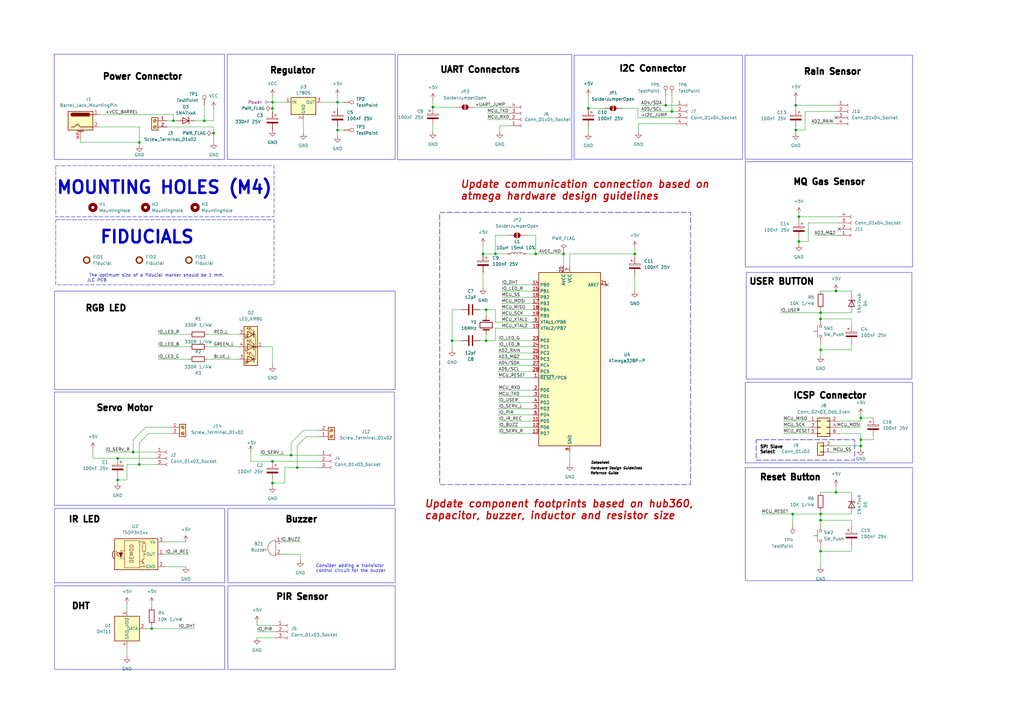
<source format=kicad_sch>
(kicad_sch (version 20231120) (generator "eeschema") (generator_version "8.0")
  (paper "A3")
  (title_block (title "Smart Window") (date "2024-03-01") (rev "2.0") (company "Personal Project ") (comment 1 "Built by Adetula Oluwatobi"))
  (junction (at 231.14 104.14))
  (junction (at 48.26 187.96))
  (junction (at 54.61 185.42))
  (junction (at 241.3 44.45))
  (junction (at 203.2 104.14))
  (junction (at 199.39 139.7))
  (junction (at 327.66 88.9))
  (junction (at 327.66 99.06))
  (junction (at 326.39 43.18))
  (junction (at 342.9 119.38))
  (junction (at 353.06 182.88))
  (junction (at 57.15 58.42))
  (junction (at 353.06 180.34))
  (junction (at 185.42 139.7))
  (junction (at 71.12 49.53))
  (junction (at 121.92 191.77))
  (junction (at 199.39 127))
  (junction (at 342.9 201.93))
  (junction (at 336.55 226.06))
  (junction (at 87.63 54.61))
  (junction (at 177.546 43.942))
  (junction (at 48.26 196.85))
  (junction (at 260.35 104.14))
  (junction (at 336.55 128.27))
  (junction (at 83.82 49.53))
  (junction (at 219.71 104.14))
  (junction (at 111.76 44.45))
  (junction (at 336.55 210.82))
  (junction (at 198.12 104.14))
  (junction (at 138.43 41.91))
  (junction (at 353.06 171.45))
  (junction (at 326.39 53.34))
  (junction (at 325.12 210.82))
  (junction (at 62.23 257.81))
  (junction (at 111.76 41.91))
  (junction (at 336.55 130.81))
  (junction (at 57.15 190.5))
  (junction (at 275.59 45.72))
  (junction (at 336.55 213.36))
  (junction (at 336.55 143.51))
  (junction (at 119.38 186.69))
  (junction (at 111.76 198.12))
  (junction (at 138.43 53.34))
  (junction (at 111.76 189.23))
  (junction (at 273.05 43.18))
  (no_connect (at 248.92 116.84))
  (no_connect (at 344.17 93.98))
  (no_connect (at 342.9 48.26))
  (wire (pts (xy 67.31 232.41) (xy 76.2 232.41)))
  (wire (pts (xy 105.41 261.62) (xy 113.03 261.62)))
  (wire (pts (xy 233.68 185.42) (xy 233.68 190.5)))
  (wire (pts (xy 105.41 255.27) (xy 105.41 256.54)))
  (wire (pts (xy 336.55 128.27) (xy 320.04 128.27)))
  (wire (pts (xy 204.47 144.78) (xy 218.44 144.78)))
  (wire (pts (xy 83.82 49.53) (xy 87.63 49.53)))
  (wire (pts (xy 196.85 127) (xy 199.39 127)))
  (wire (pts (xy 326.39 43.18) (xy 342.9 43.18)))
  (wire (pts (xy 204.47 154.94) (xy 218.44 154.94)))
  (wire (pts (xy 261.874 54.102) (xy 261.874 50.8)))
  (wire (pts (xy 215.9 104.14) (xy 219.71 104.14)))
  (wire (pts (xy 185.42 127) (xy 185.42 139.7)))
  (wire (pts (xy 199.39 139.7) (xy 203.2 139.7)))
  (wire (pts (xy 140.97 41.91) (xy 138.43 41.91)))
  (wire (pts (xy 105.41 259.08) (xy 113.03 259.08)))
  (wire (pts (xy 116.84 191.77) (xy 116.84 198.12)))
  (wire (pts (xy 204.47 160.02) (xy 218.44 160.02)))
  (wire (pts (xy 349.25 210.82) (xy 336.55 210.82)))
  (wire (pts (xy 275.59 39.37) (xy 275.59 45.72)))
  (wire (pts (xy 336.55 119.38) (xy 342.9 119.38)))
  (wire (pts (xy 327.66 88.9) (xy 344.17 88.9)))
  (wire (pts (xy 205.74 121.92) (xy 218.44 121.92)))
  (wire (pts (xy 336.55 143.51) (xy 349.25 143.51)))
  (wire (pts (xy 203.2 127) (xy 203.2 132.08)))
  (wire (pts (xy 327.66 100.33) (xy 327.66 99.06)))
  (wire (pts (xy 215.9 96.52) (xy 219.71 96.52)))
  (wire (pts (xy 132.08 41.91) (xy 138.43 41.91)))
  (wire (pts (xy 336.55 140.97) (xy 336.55 143.51)))
  (wire (pts (xy 321.31 172.72) (xy 331.47 172.72)))
  (wire (pts (xy 204.47 152.4) (xy 218.44 152.4)))
  (wire (pts (xy 87.63 52.07) (xy 87.63 54.61)))
  (wire (pts (xy 111.76 44.45) (xy 111.76 45.72)))
  (wire (pts (xy 273.05 39.37) (xy 273.05 43.18)))
  (wire (pts (xy 326.39 54.61) (xy 326.39 53.34)))
  (wire (pts (xy 62.23 248.92) (xy 62.23 247.65)))
  (wire (pts (xy 185.42 139.7) (xy 189.23 139.7)))
  (wire (pts (xy 102.87 185.42) (xy 102.87 189.23)))
  (wire (pts (xy 33.02 58.42) (xy 33.02 57.15)))
  (wire (pts (xy 64.77 147.32) (xy 77.47 147.32)))
  (wire (pts (xy 349.25 215.9) (xy 349.25 213.36)))
  (wire (pts (xy 353.06 182.88) (xy 353.06 184.15)))
  (wire (pts (xy 87.63 49.53) (xy 87.63 44.45)))
  (wire (pts (xy 204.978 54.102) (xy 204.978 51.562)))
  (wire (pts (xy 336.55 226.06) (xy 336.55 232.41)))
  (wire (pts (xy 261.62 44.45) (xy 261.62 48.26)))
  (wire (pts (xy 241.3 44.45) (xy 247.65 44.45)))
  (wire (pts (xy 342.9 201.93) (xy 349.25 201.93)))
  (wire (pts (xy 330.2 53.34) (xy 326.39 53.34)))
  (wire (pts (xy 121.92 191.77) (xy 130.81 191.77)))
  (wire (pts (xy 125.73 179.07) (xy 130.81 179.07)))
  (wire (pts (xy 204.47 149.86) (xy 218.44 149.86)))
  (wire (pts (xy 349.25 185.42) (xy 341.63 185.42)))
  (wire (pts (xy 334.01 96.52) (xy 344.17 96.52)))
  (wire (pts (xy 219.71 104.14) (xy 231.14 104.14)))
  (wire (pts (xy 116.84 191.77) (xy 121.92 191.77)))
  (wire (pts (xy 57.15 181.61) (xy 57.15 190.5)))
  (wire (pts (xy 204.47 139.7) (xy 218.44 139.7)))
  (wire (pts (xy 204.47 175.26) (xy 218.44 175.26)))
  (wire (pts (xy 204.47 167.64) (xy 218.44 167.64)))
  (wire (pts (xy 262.89 43.18) (xy 273.05 43.18)))
  (wire (pts (xy 204.47 170.18) (xy 218.44 170.18)))
  (wire (pts (xy 327.66 88.9) (xy 327.66 90.17)))
  (wire (pts (xy 260.35 101.6) (xy 260.35 104.14)))
  (wire (pts (xy 336.55 130.81) (xy 349.25 130.81)))
  (wire (pts (xy 336.55 213.36) (xy 349.25 213.36)))
  (wire (pts (xy 177.546 51.562) (xy 177.546 54.102)))
  (wire (pts (xy 40.64 52.07) (xy 57.15 52.07)))
  (wire (pts (xy 111.76 198.12) (xy 116.84 198.12)))
  (wire (pts (xy 241.3 52.07) (xy 241.3 54.61)))
  (wire (pts (xy 68.58 49.53) (xy 71.12 49.53)))
  (wire (pts (xy 330.2 45.72) (xy 330.2 53.34)))
  (wire (pts (xy 80.01 49.53) (xy 83.82 49.53)))
  (wire (pts (xy 177.546 43.942) (xy 186.944 43.942)))
  (wire (pts (xy 349.25 203.2) (xy 349.25 201.93)))
  (wire (pts (xy 60.96 177.8) (xy 69.85 177.8)))
  (wire (pts (xy 111.76 189.23) (xy 130.81 189.23)))
  (wire (pts (xy 67.31 222.25) (xy 76.2 222.25)))
  (wire (pts (xy 54.61 185.42) (xy 43.18 185.42)))
  (wire (pts (xy 204.47 172.72) (xy 218.44 172.72)))
  (wire (pts (xy 331.47 99.06) (xy 327.66 99.06)))
  (wire (pts (xy 48.26 196.85) (xy 48.26 198.12)))
  (wire (pts (xy 85.09 147.32) (xy 97.79 147.32)))
  (wire (pts (xy 204.47 165.1) (xy 218.44 165.1)))
  (wire (pts (xy 233.68 104.14) (xy 260.35 104.14)))
  (wire (pts (xy 124.46 176.53) (xy 130.81 176.53)))
  (wire (pts (xy 83.82 43.18) (xy 83.82 49.53)))
  (wire (pts (xy 68.58 52.07) (xy 87.63 52.07)))
  (wire (pts (xy 233.68 109.22) (xy 233.68 104.14)))
  (wire (pts (xy 353.06 180.34) (xy 358.14 180.34)))
  (wire (pts (xy 344.17 91.44) (xy 331.47 91.44)))
  (wire (pts (xy 327.66 87.63) (xy 327.66 88.9)))
  (wire (pts (xy 219.71 96.52) (xy 219.71 104.14)))
  (wire (pts (xy 332.74 50.8) (xy 342.9 50.8)))
  (wire (pts (xy 353.06 180.34) (xy 353.06 182.88)))
  (wire (pts (xy 344.17 177.8) (xy 353.06 177.8)))
  (wire (pts (xy 336.55 226.06) (xy 349.25 226.06)))
  (wire (pts (xy 342.9 119.38) (xy 349.25 119.38)))
  (wire (pts (xy 138.43 55.88) (xy 138.43 53.34)))
  (wire (pts (xy 71.12 49.53) (xy 72.39 49.53)))
  (wire (pts (xy 48.26 187.96) (xy 63.5 187.96)))
  (wire (pts (xy 52.07 190.5) (xy 57.15 190.5)))
  (wire (pts (xy 204.978 51.562) (xy 208.788 51.562)))
  (wire (pts (xy 353.06 171.45) (xy 353.06 172.72)))
  (wire (pts (xy 194.564 43.942) (xy 208.788 43.942)))
  (wire (pts (xy 349.25 133.35) (xy 349.25 130.81)))
  (wire (pts (xy 199.39 127) (xy 203.2 127)))
  (wire (pts (xy 203.2 96.52) (xy 208.28 96.52)))
  (wire (pts (xy 325.12 210.82) (xy 312.42 210.82)))
  (wire (pts (xy 199.898 46.482) (xy 208.788 46.482)))
  (wire (pts (xy 336.55 127) (xy 336.55 128.27)))
  (wire (pts (xy 327.66 99.06) (xy 327.66 97.79)))
  (wire (pts (xy 138.43 52.07) (xy 138.43 53.34)))
  (wire (pts (xy 326.39 40.64) (xy 326.39 43.18)))
  (wire (pts (xy 111.76 39.37) (xy 111.76 41.91)))
  (wire (pts (xy 64.77 142.24) (xy 77.47 142.24)))
  (wire (pts (xy 198.12 100.33) (xy 198.12 104.14)))
  (wire (pts (xy 119.38 181.61) (xy 119.38 186.69)))
  (wire (pts (xy 111.76 41.91) (xy 116.84 41.91)))
  (wire (pts (xy 52.07 190.5) (xy 52.07 196.85)))
  (wire (pts (xy 358.14 180.34) (xy 358.14 179.07)))
  (wire (pts (xy 336.55 224.79) (xy 336.55 226.06)))
  (wire (pts (xy 341.63 182.88) (xy 353.06 182.88)))
  (wire (pts (xy 106.68 186.69) (xy 119.38 186.69)))
  (wire (pts (xy 231.14 109.22) (xy 231.14 104.14)))
  (wire (pts (xy 203.2 134.62) (xy 218.44 134.62)))
  (wire (pts (xy 124.46 49.53) (xy 124.46 54.61)))
  (wire (pts (xy 205.74 116.84) (xy 218.44 116.84)))
  (wire (pts (xy 60.96 177.8) (xy 57.15 181.61)))
  (wire (pts (xy 208.28 104.14) (xy 203.2 104.14)))
  (wire (pts (xy 326.39 53.34) (xy 326.39 52.07)))
  (wire (pts (xy 177.546 40.894) (xy 177.546 43.942)))
  (wire (pts (xy 54.61 180.34) (xy 59.69 175.26)))
  (wire (pts (xy 48.26 195.58) (xy 48.26 196.85)))
  (wire (pts (xy 353.06 171.45) (xy 353.06 170.18)))
  (wire (pts (xy 331.47 91.44) (xy 331.47 99.06)))
  (wire (pts (xy 111.76 198.12) (xy 111.76 199.39)))
  (wire (pts (xy 326.39 43.18) (xy 326.39 44.45)))
  (wire (pts (xy 62.23 256.54) (xy 62.23 257.81)))
  (wire (pts (xy 336.55 128.27) (xy 336.55 130.81)))
  (wire (pts (xy 140.97 53.34) (xy 138.43 53.34)))
  (wire (pts (xy 261.874 50.8) (xy 276.86 50.8)))
  (wire (pts (xy 111.76 196.85) (xy 111.76 198.12)))
  (wire (pts (xy 59.69 175.26) (xy 69.85 175.26)))
  (wire (pts (xy 353.06 175.26) (xy 344.17 175.26)))
  (wire (pts (xy 349.25 223.52) (xy 349.25 226.06)))
  (wire (pts (xy 85.09 142.24) (xy 97.79 142.24)))
  (wire (pts (xy 138.43 41.91) (xy 138.43 44.45)))
  (wire (pts (xy 273.05 43.18) (xy 276.86 43.18)))
  (wire (pts (xy 336.55 210.82) (xy 325.12 210.82)))
  (wire (pts (xy 107.95 142.24) (xy 111.76 142.24)))
  (wire (pts (xy 38.1 187.96) (xy 48.26 187.96)))
  (wire (pts (xy 353.06 171.45) (xy 358.14 171.45)))
  (wire (pts (xy 260.35 104.14) (xy 260.35 105.41)))
  (wire (pts (xy 321.31 177.8) (xy 331.47 177.8)))
  (wire (pts (xy 123.19 229.87) (xy 123.19 227.33)))
  (wire (pts (xy 231.14 102.87) (xy 231.14 104.14)))
  (wire (pts (xy 344.17 172.72) (xy 353.06 172.72)))
  (wire (pts (xy 336.55 201.93) (xy 342.9 201.93)))
  (wire (pts (xy 205.74 129.54) (xy 218.44 129.54)))
  (wire (pts (xy 40.64 46.99) (xy 71.12 46.99)))
  (wire (pts (xy 203.2 96.52) (xy 203.2 104.14)))
  (wire (pts (xy 71.12 46.99) (xy 71.12 49.53)))
  (wire (pts (xy 349.25 128.27) (xy 336.55 128.27)))
  (wire (pts (xy 204.47 177.8) (xy 218.44 177.8)))
  (wire (pts (xy 111.76 41.91) (xy 111.76 44.45)))
  (wire (pts (xy 87.63 54.61) (xy 87.63 58.42)))
  (wire (pts (xy 204.47 142.24) (xy 218.44 142.24)))
  (wire (pts (xy 205.74 119.38) (xy 218.44 119.38)))
  (wire (pts (xy 64.77 137.16) (xy 77.47 137.16)))
  (wire (pts (xy 336.55 210.82) (xy 336.55 213.36)))
  (wire (pts (xy 59.69 257.81) (xy 62.23 257.81)))
  (wire (pts (xy 57.15 190.5) (xy 63.5 190.5)))
  (wire (pts (xy 125.73 179.07) (xy 121.92 182.88)))
  (wire (pts (xy 33.02 58.42) (xy 57.15 58.42)))
  (wire (pts (xy 349.25 140.97) (xy 349.25 143.51)))
  (wire (pts (xy 336.55 214.63) (xy 336.55 213.36)))
  (wire (pts (xy 260.35 113.03) (xy 260.35 119.38)))
  (wire (pts (xy 325.12 214.63) (xy 325.12 210.82)))
  (wire (pts (xy 52.07 265.43) (xy 52.07 269.24)))
  (wire (pts (xy 203.2 132.08) (xy 218.44 132.08)))
  (wire (pts (xy 38.1 184.15) (xy 38.1 187.96)))
  (wire (pts (xy 185.42 127) (xy 189.23 127)))
  (wire (pts (xy 203.2 134.62) (xy 203.2 139.7)))
  (wire (pts (xy 52.07 247.65) (xy 52.07 250.19)))
  (wire (pts (xy 204.47 162.56) (xy 218.44 162.56)))
  (wire (pts (xy 57.15 52.07) (xy 57.15 58.42)))
  (wire (pts (xy 342.9 201.93) (xy 342.9 199.39)))
  (wire (pts (xy 57.15 59.69) (xy 57.15 58.42)))
  (wire (pts (xy 196.85 139.7) (xy 199.39 139.7)))
  (wire (pts (xy 241.3 39.37) (xy 241.3 44.45)))
  (wire (pts (xy 199.898 49.022) (xy 208.788 49.022)))
  (wire (pts (xy 203.2 104.14) (xy 198.12 104.14)))
  (wire (pts (xy 275.59 45.72) (xy 276.86 45.72)))
  (wire (pts (xy 123.19 222.25) (xy 115.57 222.25)))
  (wire (pts (xy 205.74 124.46) (xy 218.44 124.46)))
  (wire (pts (xy 204.47 147.32) (xy 218.44 147.32)))
  (wire (pts (xy 353.06 177.8) (xy 353.06 180.34)))
  (wire (pts (xy 261.62 48.26) (xy 276.86 48.26)))
  (wire (pts (xy 62.23 257.81) (xy 80.01 257.81)))
  (wire (pts (xy 321.31 175.26) (xy 331.47 175.26)))
  (wire (pts (xy 111.76 142.24) (xy 111.76 149.86)))
  (wire (pts (xy 198.12 111.76) (xy 198.12 118.11)))
  (wire (pts (xy 85.09 137.16) (xy 97.79 137.16)))
  (wire (pts (xy 105.41 256.54) (xy 113.03 256.54)))
  (wire (pts (xy 255.27 44.45) (xy 261.62 44.45)))
  (wire (pts (xy 119.38 181.61) (xy 124.46 176.53)))
  (wire (pts (xy 336.55 209.55) (xy 336.55 210.82)))
  (wire (pts (xy 185.42 139.7) (xy 185.42 143.51)))
  (wire (pts (xy 119.38 186.69) (xy 130.81 186.69)))
  (wire (pts (xy 349.25 120.65) (xy 349.25 119.38)))
  (wire (pts (xy 138.43 39.37) (xy 138.43 41.91)))
  (wire (pts (xy 77.47 227.33) (xy 67.31 227.33)))
  (wire (pts (xy 336.55 143.51) (xy 336.55 146.05)))
  (wire (pts (xy 123.19 227.33) (xy 115.57 227.33)))
  (wire (pts (xy 205.74 127) (xy 218.44 127)))
  (wire (pts (xy 54.61 180.34) (xy 54.61 185.42)))
  (wire (pts (xy 199.39 127) (xy 199.39 129.54)))
  (wire (pts (xy 262.89 45.72) (xy 275.59 45.72)))
  (wire (pts (xy 48.26 196.85) (xy 52.07 196.85)))
  (wire (pts (xy 102.87 189.23) (xy 111.76 189.23)))
  (wire (pts (xy 63.5 185.42) (xy 54.61 185.42)))
  (wire (pts (xy 199.39 139.7) (xy 199.39 137.16)))
  (wire (pts (xy 121.92 182.88) (xy 121.92 191.77)))
  (wire (pts (xy 342.9 45.72) (xy 330.2 45.72)))
  (rectangle (start 22.86 67.945) (end 112.395 88.9) (stroke (width 0) (type dash) (color 0 0 194 1)))
  (rectangle (start 93.472 208.534) (end 162.052 239.014))
  (rectangle (start 305.689 156.845) (end 374.269 189.865))
  (rectangle (start 22.352 240.284) (end 92.202 274.574))
  (rectangle (start 310.134 180.34) (end 350.52 188.722) (stroke (width 0.2) (type dash) (color 0 0 194 1)))
  (rectangle (start 163.068 22.352) (end 234.569 65.532))
  (rectangle (start 180.34 87.122) (end 283.21 198.755) (stroke (width 0.2) (type dash) (color 0 0 194 1)))
  (rectangle (start 305.689 191.77) (end 374.269 238.125))
  (rectangle (start 235.458 22.606) (end 304.546 65.278))
  (rectangle (start 22.352 208.534) (end 92.202 239.014))
  (rectangle (start 93.472 240.284) (end 162.052 274.574))
  (rectangle (start 305.562 22.606) (end 374.269 65.278))
  (rectangle (start 22.352 119.38) (end 162.052 159.766))
  (rectangle (start 22.86 90.17) (end 112.395 116.84) (stroke (width 0) (type dash) (color 0 0 194 1)))
  (rectangle (start 305.689 66.294) (end 374.269 109.474))
  (rectangle (start 22.225 22.225) (end 92.075 65.405))
  (rectangle (start 22.352 160.782) (end 161.798 207.264))
  (rectangle (start 306.07 111.76) (end 374.015 155.448))
  (rectangle (start 93.218 22.225) (end 162.052 65.405))
  (text "RGB LED" (at 34.798 128.016 0) (effects (font (size 2.54 2.54) (thickness 1.016) (bold yes)) (justify left bottom)))
  (text "Hardware Design Guidelines" (at 242.062 192.786 0) (effects (font (size 1 1) (thickness 0.508) (bold yes) (italic yes)) (justify left bottom)))
  (text "Consider adding a transistor \ncontrol circuit for the buzzer" (at 129.54 234.95 0) (effects (font (size 1.27 1.27)) (justify left bottom)))
  (text "IR LED" (at 27.94 214.63 0) (effects (font (size 2.54 2.54) (thickness 1.016) (bold yes)) (justify left bottom)))
  (text "I2C Connector\n" (at 253.746 29.718 0) (effects (font (size 2.54 2.54) (thickness 1.016) (bold yes)) (justify left bottom)))
  (text "Refernce Guide\n" (at 242.062 194.818 0) (effects (font (size 1 1) (thickness 0.508) (bold yes) (italic yes)) (justify left bottom)))
  (text "MOUNTING HOLES (M4)" (at 22.86 80.01 0) (effects (font (size 5.08 5.08) (thickness 1.016) (bold yes)) (justify left bottom)))
  (text "Update component footprints based on hub360,\ncapacitor, buzzer, inductor and resistor size" (at 173.99 213.36 0) (effects (font (size 3 3) (thickness 0.508) (bold yes) (italic yes)) (justify left bottom)))
  (text "Rain Sensor\n" (at 329.438 30.988 0) (effects (font (size 2.54 2.54) (thickness 1.016) (bold yes)) (justify left bottom)))
  (text "USER BUTTON" (at 307.086 117.094 0) (effects (font (size 2.54 2.54) (thickness 1.016) (bold yes)) (justify left bottom)))
  (text " The optimum size of a fiducial marker should be 1 mm.\nJLC PCB\n" (at 35.56 115.824 0) (effects (font (size 1.27 1.27)) (justify left bottom)))
  (text "MQ Gas Sensor\n" (at 325.12 76.2 0) (effects (font (size 2.54 2.54) (thickness 1.016) (bold yes)) (justify left bottom)))
  (text "UART Connectors\n\n" (at 180.34 34.29 0) (effects (font (size 2.54 2.54) (thickness 1.016) (bold yes)) (justify left bottom)))
  (text "ICSP Connector\n" (at 325.12 163.83 0) (effects (font (size 2.54 2.54) (thickness 1.016) (bold yes)) (justify left bottom)))
  (text "Reset Button" (at 311.404 197.358 0) (effects (font (size 2.54 2.54) (thickness 1.016) (bold yes)) (justify left bottom)))
  (text "Regulator\n" (at 110.49 30.48 0) (effects (font (size 2.54 2.54) (thickness 1.016) (bold yes)) (justify left bottom)))
  (text "PIR Sensor\n" (at 113.03 246.38 0) (effects (font (size 2.54 2.54) (thickness 1.016) (bold yes)) (justify left bottom)))
  (text "Update communication connection based on \natmega hardware design guidelines" (at 188.722 82.296 0) (effects (font (size 3 3) (thickness 0.508) (bold yes) (italic yes)) (justify left bottom)))
  (text "FIDUCIALS" (at 40.64 100.33 0) (effects (font (size 5.08 5.08) (thickness 1.016) (bold yes)) (justify left bottom)))
  (text "Datasheet\n" (at 242.316 190.5 0) (effects (font (size 1 1) (thickness 0.508) (bold yes) (italic yes)) (justify left bottom)))
  (text "Servo Motor" (at 39.37 168.91 0) (effects (font (size 2.54 2.54) (thickness 1.016) (bold yes)) (justify left bottom)))
  (text "DHT" (at 29.21 250.19 0) (effects (font (size 2.54 2.54) (thickness 1.016) (bold yes)) (justify left bottom)))
  (text "Buzzer" (at 116.84 214.63 0) (effects (font (size 2.54 2.54) (thickness 1.016) (bold yes)) (justify left bottom)))
  (text "SPI Slave\nSelect\n" (at 311.658 186.182 0) (effects (font (size 1.27 1.27) (thickness 1.016) (bold yes)) (justify left bottom)))
  (text "Power Connector" (at 41.91 33.02 0) (effects (font (size 2.54 2.54) (thickness 1.016) (bold yes)) (justify left bottom)))
  (label "IO_PIR" (at 204.47 170.18 0))
  (label "AD2_RAIN" (at 204.47 144.78 0))
  (label "AD2_RAIN" (at 332.74 50.8 0))
  (label "IO_SERV_R" (at 204.47 177.8 0))
  (label "MCU_XTAL2" (at 205.74 134.62 0))
  (label "IO_USER" (at 204.47 165.1 0))
  (label "MCU_SS" (at 205.74 121.92 0))
  (label "MCU_SCK" (at 205.74 129.54 0))
  (label "IO_PIR" (at 105.41 259.08 0))
  (label "IO_BUZZ" (at 123.19 222.25 180))
  (label "MCU_RESET" (at 204.47 154.94 0))
  (label "RED_L" (at 87.63 137.16 0))
  (label "MCU_SCK" (at 321.31 175.26 0))
  (label "GREEN_L" (at 87.63 142.24 0))
  (label "AD5{slash}SCL" (at 204.47 152.4 0))
  (label "+I2C_JUMP" (at 262.89 48.26 0))
  (label "IO_LED_B" (at 204.47 142.24 0))
  (label "MCU_RESET" (at 321.31 177.8 0))
  (label "IO_SERV_L" (at 106.68 186.69 0))
  (label "+UART_JUMP" (at 194.818 43.942 0))
  (label "MCU_TXD" (at 204.47 162.56 0))
  (label "IO_LED_R" (at 205.74 119.38 0))
  (label "IO_USER" (at 320.04 128.27 0))
  (label "IO_LED_G" (at 204.47 139.7 0))
  (label "AD3_MQ2" (at 334.01 96.52 0))
  (label "MCU_SS" (at 349.25 185.42 180))
  (label "IO_LED_G" (at 64.77 147.32 0))
  (label "AD3_MQ2" (at 204.47 147.32 0))
  (label "IO_SERV_R" (at 43.18 185.42 0))
  (label "AVCC_IND" (at 220.98 104.14 0))
  (label "MCU_MISO" (at 205.74 127 0))
  (label "MCU_TXD" (at 199.898 46.482 0))
  (label "IO_DHT" (at 205.74 116.84 0))
  (label "MCU_RXD" (at 204.47 160.02 0))
  (label "IO_IR_REC" (at 77.47 227.33 180))
  (label "MCU_RESET" (at 312.42 210.82 0))
  (label "IO_IR_REC" (at 204.47 172.72 0))
  (label "MCU_XTAL1" (at 205.74 132.08 0))
  (label "BLUE_L" (at 87.63 147.32 0))
  (label "IO_SERV_L" (at 204.47 167.64 0))
  (label "IO_BUZZ" (at 204.47 175.26 0))
  (label "AD5{slash}SCL" (at 262.89 45.72 0))
  (label "IO_LED_R" (at 64.77 137.16 0))
  (label "+VCC_BARREL" (at 43.18 46.99 0))
  (label "IO_LED_B" (at 64.77 142.24 0))
  (label "MCU_MISO" (at 321.31 172.72 0))
  (label "MCU_RXD" (at 199.898 49.022 0))
  (label "AD4{slash}SDA" (at 262.89 43.18 0))
  (label "MCU_MOSI" (at 353.06 175.26 180))
  (label "MCU_MOSI" (at 205.74 124.46 0))
  (label "IO_DHT" (at 80.01 257.81 180))
  (label "AD4{slash}SDA" (at 204.47 149.86 0))
  (netclass_flag "" (length 2.54) (shape round) (at 111.76 41.91 90) (property "Netclass" "Power" (at 101.6 41.91 0) (effects (font (italic yes)) (justify left))))
  (symbol (lib_id "power:+5V") (at 327.66 87.63 0) (unit 1)
    (property "Reference" "#PWR040" (effects (hide yes)))
    (property "Value" "+5V" (at 327.66 82.55 0))
    (property "Description" "Power symbol creates a global label with name \"+5V\"" (effects (hide yes)))
  )
  (symbol (lib_id "power:GND") (at 204.978 54.102 0) (mirror y) (unit 1)
    (property "Reference" "#PWR028" (effects (hide yes)))
    (property "Value" "GND" (at 204.978 59.182 0))
    (property "Description" "Power symbol creates a global label with name \"GND\" , ground" (effects (hide yes)))
  )
  (symbol (lib_id "power:GND") (at 52.07 269.24 0) (unit 1)
    (property "Reference" "#PWR04" (effects (hide yes)))
    (property "Value" "GND" (at 52.07 274.32 0))
    (property "Description" "Power symbol creates a global label with name \"GND\" , ground" (effects (hide yes)))
  )
  (symbol (lib_id "Connector:Conn_01x03_Socket") (at 135.89 189.23 0) (unit 1)
    (property "Reference" "J4" (at 137.16 187.9599 0) (effects (justify left)))
    (property "Value" "Conn_01x03_Socket" (at 137.16 190.4999 0) (effects (justify left)))
    (property "Footprint" "PCM_4ms_Connector:Pins_1x03_2.54mm_TH" (effects (hide yes)))
    (property "Description" "Generic connector, single row, 01x03, script generated" (effects (hide yes)))
  )
  (symbol (lib_id "Connector:TestPoint") (at 275.59 39.37 0) (unit 1)
    (property "Reference" "TP6" (at 278.13 34.7979 0) (effects (justify left)))
    (property "Value" "TestPoint" (at 278.13 37.3379 0) (effects (justify left)))
    (property "Footprint" "PCM_4ms_TestPoint:TestPoint_Pad_04" (effects (hide yes)))
    (property "Description" "test point" (effects (hide yes)))
  )
  (symbol (lib_id "power:+5V") (at 177.546 40.894 0) (mirror y) (unit 1)
    (property "Reference" "#PWR027" (effects (hide yes)))
    (property "Value" "+5V" (at 177.546 35.814 0))
    (property "Description" "Power symbol creates a global label with name \"+5V\"" (effects (hide yes)))
  )
  (symbol (lib_id "Device:Crystal") (at 199.39 133.35 90) (unit 1)
    (property "Reference" "Y1" (at 195.58 132.0799 90) (effects (justify left)))
    (property "Value" "16MHz" (at 195.58 134.6199 90) (effects (justify left)))
    (property "Footprint" "Crystal:Crystal_HC49-4H_Vertical" (effects (hide yes)))
    (property "Description" "Two pin crystal" (effects (hide yes)))
  )
  (symbol (lib_id "power:GND") (at 336.55 232.41 0) (unit 1)
    (property "Reference" "#PWR042" (effects (hide yes)))
    (property "Value" "GND" (at 336.55 237.49 0))
    (property "Description" "Power symbol creates a global label with name \"GND\" , ground" (effects (hide yes)))
  )
  (symbol (lib_id "power:GND") (at 177.546 54.102 0) (mirror y) (unit 1)
    (property "Reference" "#PWR026" (effects (hide yes)))
    (property "Value" "GND" (at 177.546 59.182 0))
    (property "Description" "Power symbol creates a global label with name \"GND\" , ground" (effects (hide yes)))
  )
  (symbol (lib_id "power:VCC") (at 111.76 39.37 0) (unit 1)
    (property "Reference" "#PWR017" (effects (hide yes)))
    (property "Value" "VCC" (at 111.76 34.29 0))
    (property "Description" "Power symbol creates a global label with name \"VCC\"" (effects (hide yes)))
  )
  (symbol (lib_id "Device:C_Polarized") (at 326.39 48.26 0) (mirror y) (unit 1)
    (property "Reference" "C13" (at 322.58 46.101 0) (effects (justify left)))
    (property "Value" "100nF 25V" (at 322.58 48.641 0) (effects (justify left)))
    (property "Footprint" "Capacitor_THT:CP_Radial_D4.0mm_P2.00mm" (effects (hide yes)))
    (property "Description" "Polarized capacitor" (effects (hide yes)))
  )
  (symbol (lib_id "Jumper:SolderJumper_2_Open") (at 251.46 44.45 0) (unit 1) (exclude_from_sim yes) (in_bom no)
    (property "Reference" "JP1" (at 251.46 38.1 0))
    (property "Value" "SolderJumperOpen" (at 251.46 40.64 0))
    (property "Footprint" "Jumper:SolderJumper-2_P1.3mm_Open_TrianglePad1.0x1.5mm" (effects (hide yes)))
    (property "Description" "Solder Jumper, 2-pole, open" (effects (hide yes)))
  )
  (symbol (lib_id "power:GND") (at 185.42 143.51 0) (mirror y) (unit 1)
    (property "Reference" "#PWR025" (effects (hide yes)))
    (property "Value" "GND" (at 185.42 148.59 0))
    (property "Description" "Power symbol creates a global label with name \"GND\" , ground" (effects (hide yes)))
  )
  (symbol (lib_id "Device:Buzzer") (at 113.03 224.79 0) (mirror y) (unit 1)
    (property "Reference" "BZ1" (at 106.172 223.012 0))
    (property "Value" "Buzzer" (at 106.172 225.552 0))
    (property "Footprint" "Buzzer_Beeper:Buzzer_TDK_PS1240P02BT_D12.2mm_H6.5mm" (effects (hide yes)))
    (property "Description" "Buzzer, polarized" (effects (hide yes)))
  )
  (symbol (lib_id "power:GND") (at 198.12 118.11 0) (unit 1)
    (property "Reference" "#PWR030" (effects (hide yes)))
    (property "Value" "GND" (at 198.12 123.19 0))
    (property "Description" "Power symbol creates a global label with name \"GND\" , ground" (effects (hide yes)))
  )
  (symbol (lib_id "Mechanical:Fiducial") (at 35.56 106.68 0) (unit 1) (exclude_from_sim yes) (in_bom no)
    (property "Reference" "FID1" (at 38.1 105.41 0) (effects (justify left)))
    (property "Value" "Fiducial" (at 38.1 107.95 0) (effects (justify left)))
    (property "Footprint" "Fiducial:Fiducial_1mm_Mask2mm" (effects (hide yes)))
  )
  (symbol (lib_id "power:GND") (at 87.63 58.42 0) (unit 1)
    (property "Reference" "#PWR013" (effects (hide yes)))
    (property "Value" "GND" (at 87.63 63.5 0))
    (property "Description" "Power symbol creates a global label with name \"GND\" , ground" (effects (hide yes)))
  )
  (symbol (lib_id "power:GND") (at 261.874 54.102 0) (mirror y) (unit 1)
    (property "Reference" "#PWR05" (effects (hide yes)))
    (property "Value" "GND" (at 261.874 59.182 0))
    (property "Description" "Power symbol creates a global label with name \"GND\" , ground" (effects (hide yes)))
  )
  (symbol (lib_id "Diode:1N47xxA") (at 349.25 207.01 270) (unit 1)
    (property "Reference" "D5" (at 354.965 207.01 0))
    (property "Value" "1N47xxA" (at 352.425 207.01 0))
    (property "Footprint" "Diode_THT:D_DO-41_SOD81_P10.16mm_Horizontal" (effects (hide yes)))
    (property "Datasheet" "https://www.vishay.com/docs/85816/1n4728a.pdf" (effects (hide yes)))
    (property "Description" "1300mW Silicon planar power Zener diodes, DO-41" (effects (hide yes)))
  )
  (symbol (lib_id "Diode:1N47xxA") (at 349.25 124.46 270) (unit 1)
    (property "Reference" "D4" (at 354.965 124.46 0))
    (property "Value" "1N47xxA" (at 352.425 124.46 0))
    (property "Footprint" "Diode_THT:D_DO-41_SOD81_P10.16mm_Horizontal" (effects (hide yes)))
    (property "Datasheet" "https://www.vishay.com/docs/85816/1n4728a.pdf" (effects (hide yes)))
    (property "Description" "1300mW Silicon planar power Zener diodes, DO-41" (effects (hide yes)))
  )
  (symbol (lib_id "Connector:TestPoint") (at 83.82 43.18 0) (mirror y) (unit 1)
    (property "Reference" "TP1" (at 81.28 38.6079 0) (effects (justify left)))
    (property "Value" "TestPoint" (at 81.28 41.1479 0) (effects (justify left)))
    (property "Footprint" "PCM_4ms_TestPoint:TestPoint_Pad_04" (effects (hide yes)))
    (property "Description" "test point" (effects (hide yes)))
  )
  (symbol (lib_id "power:GND") (at 233.68 190.5 0) (mirror y) (unit 1)
    (property "Reference" "#PWR031" (effects (hide yes)))
    (property "Value" "GND" (at 233.68 195.58 0))
    (property "Description" "Power symbol creates a global label with name \"GND\" , ground" (effects (hide yes)))
  )
  (symbol (lib_id "Device:C_Polarized") (at 177.546 47.752 0) (unit 1)
    (property "Reference" "C6" (at 173.736 45.5929 0) (effects (justify right)))
    (property "Value" "100nF 25V" (at 173.736 48.1329 0) (effects (justify right)))
    (property "Footprint" "Capacitor_THT:CP_Radial_D4.0mm_P2.00mm" (effects (hide yes)))
    (property "Description" "Polarized capacitor" (effects (hide yes)))
  )
  (symbol (lib_id "Mechanical:MountingHole") (at 38.1 85.09 0) (unit 1) (exclude_from_sim yes) (in_bom no)
    (property "Reference" "H1" (at 40.64 83.82 0) (effects (justify left)))
    (property "Value" "MountingHole" (at 40.64 86.36 0) (effects (justify left)))
    (property "Footprint" "MountingHole:MountingHole_4.3mm_M4" (effects (hide yes)))
  )
  (symbol (lib_id "Device:R") (at 336.55 205.74 0) (mirror x) (unit 1)
    (property "Reference" "R6" (at 334.01 204.4699 0) (effects (justify right)))
    (property "Value" "10K 1/4W" (at 334.01 207.0099 0) (effects (justify right)))
    (property "Footprint" "Resistor_THT:R_Axial_DIN0207_L6.3mm_D2.5mm_P15.24mm_Horizontal" (effects (hide yes)))
    (property "Description" "Resistor" (effects (hide yes)))
  )
  (symbol (lib_id "power:GND") (at 241.3 54.61 0) (mirror y) (unit 1)
    (property "Reference" "#PWR033" (effects (hide yes)))
    (property "Value" "GND" (at 241.3 59.69 0))
    (property "Description" "Power symbol creates a global label with name \"GND\" , ground" (effects (hide yes)))
  )
  (symbol (lib_id "Regulator_Linear:L7805") (at 124.46 41.91 0) (unit 1)
    (property "Reference" "U3" (at 124.46 35.56 0))
    (property "Value" "L7805" (at 124.46 38.1 0))
    (property "Footprint" "Package_TO_SOT_THT:TO-220-3_Horizontal_TabDown" (effects (hide yes)))
    (property "Datasheet" "http://www.st.com/content/ccc/resource/technical/document/datasheet/41/4f/b3/b0/12/d4/47/88/CD00000444.pdf/files/CD00000444.pdf/jcr:content/translations/en.CD00000444.pdf" (effects (hide yes)))
    (property "Description" "Positive 1.5A 35V Linear Regulator, Fixed Output 5V, TO-220/TO-263/TO-252" (effects (hide yes)))
  )
  (symbol (lib_id "Connector:Screw_Terminal_01x02") (at 135.89 179.07 0) (mirror x) (unit 1)
    (property "Reference" "J12" (at 150.114 177.038 0))
    (property "Value" "Screw_Terminal_01x02" (at 150.114 179.578 0))
    (property "Footprint" "TerminalBlock_Altech:Altech_AK100_1x02_P5.00mm" (effects (hide yes)))
    (property "Description" "Generic screw terminal, single row, 01x02, script generated (kicad-library-utils/schlib/autogen/connector/)" (effects (hide yes)))
  )
  (symbol (lib_id "Connector:Conn_01x04_Socket") (at 213.868 49.022 0) (mirror x) (unit 1)
    (property "Reference" "J6" (at 222.758 46.736 0) (effects (justify left)))
    (property "Value" "Conn_01x04_Socket" (at 215.138 49.022 0) (effects (justify left)))
    (property "Footprint" "Connector:FanPinHeader_1x04_P2.54mm_Vertical" (effects (hide yes)))
    (property "Description" "Generic connector, single row, 01x04, script generated" (effects (hide yes)))
  )
  (symbol (lib_id "Device:R") (at 62.23 252.73 180) (unit 1)
    (property "Reference" "R4" (at 64.77 251.4599 0) (effects (justify right)))
    (property "Value" "10K 1/4W" (at 64.77 253.9999 0) (effects (justify right)))
    (property "Footprint" "Resistor_THT:R_Axial_DIN0207_L6.3mm_D2.5mm_P15.24mm_Horizontal" (effects (hide yes)))
    (property "Description" "Resistor" (effects (hide yes)))
  )
  (symbol (lib_id "Jumper:SolderJumper_2_Open") (at 212.09 96.52 0) (unit 1) (exclude_from_sim yes) (in_bom no)
    (property "Reference" "JP2" (at 212.09 90.17 0))
    (property "Value" "SolderJumperOpen" (at 212.09 92.71 0))
    (property "Footprint" "Jumper:SolderJumper-2_P1.3mm_Open_TrianglePad1.0x1.5mm" (effects (hide yes)))
    (property "Description" "Solder Jumper, 2-pole, open" (effects (hide yes)))
  )
  (symbol (lib_id "Connector:TestPoint") (at 273.05 39.37 0) (mirror y) (unit 1)
    (property "Reference" "TP5" (at 270.51 34.7979 0) (effects (justify left)))
    (property "Value" "TestPoint" (at 270.51 37.3379 0) (effects (justify left)))
    (property "Footprint" "PCM_4ms_TestPoint:TestPoint_Pad_04" (effects (hide yes)))
    (property "Description" "test point" (effects (hide yes)))
  )
  (symbol (lib_id "power:GND") (at 123.19 229.87 0) (unit 1)
    (property "Reference" "#PWR019" (effects (hide yes)))
    (property "Value" "GND" (at 123.19 234.95 0))
    (property "Description" "Power symbol creates a global label with name \"GND\" , ground" (effects (hide yes)))
  )
  (symbol (lib_id "power:+5V") (at 105.41 255.27 0) (unit 1)
    (property "Reference" "#PWR015" (effects (hide yes)))
    (property "Value" "+5V" (at 105.41 250.19 0))
    (property "Description" "Power symbol creates a global label with name \"+5V\"" (effects (hide yes)))
  )
  (symbol (lib_id "power:GND") (at 48.26 198.12 0) (unit 1)
    (property "Reference" "#PWR02" (effects (hide yes)))
    (property "Value" "GND" (at 48.26 203.2 0))
    (property "Description" "Power symbol creates a global label with name \"GND\" , ground" (effects (hide yes)))
  )
  (symbol (lib_id "power:PWR_FLAG") (at 111.76 44.45 90) (unit 1)
    (property "Reference" "#FLG02" (effects (hide yes)))
    (property "Value" "PWR_FLAG" (at 108.585 44.45 90) (effects (justify left)))
    (property "Description" "Special symbol for telling ERC where power comes from" (effects (hide yes)))
  )
  (symbol (lib_id "Device:C_Polarized") (at 349.25 219.71 0) (unit 1)
    (property "Reference" "C15" (at 353.06 217.5509 0) (effects (justify left)))
    (property "Value" "100nF 25V" (at 353.06 220.0909 0) (effects (justify left)))
    (property "Footprint" "Capacitor_THT:CP_Radial_D4.0mm_P2.00mm" (effects (hide yes)))
    (property "Description" "Polarized capacitor" (effects (hide yes)))
  )
  (symbol (lib_id "Connector:TestPoint") (at 140.97 53.34 270) (unit 1)
    (property "Reference" "TP3" (at 146.05 52.0699 90) (effects (justify left)))
    (property "Value" "TestPoint" (at 146.05 54.6099 90) (effects (justify left)))
    (property "Footprint" "PCM_4ms_TestPoint:TestPoint_Pad_04" (effects (hide yes)))
    (property "Description" "test point" (effects (hide yes)))
  )
  (symbol (lib_id "Switch:SW_Push") (at 336.55 219.71 90) (unit 1)
    (property "Reference" "SW2" (at 337.82 218.4399 90) (effects (justify right)))
    (property "Value" "SW_Push" (at 337.82 220.9799 90) (effects (justify right)))
    (property "Footprint" "Button_Switch_THT:SW_PUSH_6mm_H4.3mm" (effects (hide yes)))
    (property "Description" "Push button switch, generic, two pins" (effects (hide yes)))
  )
  (symbol (lib_id "power:GND") (at 57.15 59.69 0) (unit 1)
    (property "Reference" "#PWR06" (effects (hide yes)))
    (property "Value" "GND" (at 57.15 63.5 0))
    (property "Description" "Power symbol creates a global label with name \"GND\" , ground" (effects (hide yes)))
  )
  (symbol (lib_id "power:+5V") (at 353.06 170.18 0) (unit 1)
    (property "Reference" "#PWR044" (effects (hide yes)))
    (property "Value" "+5V" (at 353.06 165.1 0))
    (property "Description" "Power symbol creates a global label with name \"+5V\"" (effects (hide yes)))
  )
  (symbol (lib_id "Connector_Generic:Conn_02x03_Odd_Even") (at 336.55 175.26 0) (unit 1)
    (property "Reference" "J8" (at 337.82 166.37 0))
    (property "Value" "Conn_02x03_Odd_Even" (at 337.82 168.91 0))
    (property "Footprint" "Connector_PinHeader_2.54mm:PinHeader_2x03_P2.54mm_Vertical" (effects (hide yes)))
    (property "Description" "Generic connector, double row, 02x03, odd/even pin numbering scheme (row 1 odd numbers, row 2 even numbers), script generated (kicad-library-utils/schlib/autogen/connector/)" (effects (hide yes)))
  )
  (symbol (lib_id "Device:C") (at 193.04 139.7 90) (unit 1)
    (property "Reference" "C8" (at 193.04 147.32 90))
    (property "Value" "12pF" (at 193.04 144.78 90))
    (property "Footprint" "Capacitor_THT:C_Disc_D3.0mm_W2.0mm_P2.50mm" (effects (hide yes)))
    (property "Description" "Unpolarized capacitor" (effects (hide yes)))
  )
  (symbol (lib_id "power:+5V") (at 241.3 39.37 0) (unit 1)
    (property "Reference" "#PWR032" (effects (hide yes)))
    (property "Value" "+5V" (at 241.3 34.29 0))
    (property "Description" "Power symbol creates a global label with name \"+5V\"" (effects (hide yes)))
  )
  (symbol (lib_id "Connector:Screw_Terminal_01x02") (at 74.93 175.26 0) (unit 1)
    (property "Reference" "J14" (at 89.154 174.752 0))
    (property "Value" "Screw_Terminal_01x02" (at 89.154 177.292 0))
    (property "Footprint" "TerminalBlock_Altech:Altech_AK100_1x02_P5.00mm" (effects (hide yes)))
    (property "Description" "Generic screw terminal, single row, 01x02, script generated (kicad-library-utils/schlib/autogen/connector/)" (effects (hide yes)))
  )
  (symbol (lib_id "Device:C_Polarized") (at 138.43 48.26 0) (unit 1)
    (property "Reference" "C5" (at 142.24 46.1009 0) (effects (justify left)))
    (property "Value" "100nF 25V" (at 142.24 48.6409 0) (effects (justify left)))
    (property "Footprint" "Capacitor_THT:CP_Radial_D4.0mm_P2.00mm" (effects (hide yes)))
    (property "Description" "Polarized capacitor" (effects (hide yes)))
  )
  (symbol (lib_id "power:GND") (at 105.41 261.62 0) (unit 1)
    (property "Reference" "#PWR016" (effects (hide yes)))
    (property "Value" "GND" (at 105.41 266.7 0))
    (property "Description" "Power symbol creates a global label with name \"GND\" , ground" (effects (hide yes)))
  )
  (symbol (lib_id "Device:C_Polarized") (at 241.3 48.26 0) (mirror y) (unit 1)
    (property "Reference" "C10" (at 245.11 46.1009 0) (effects (justify right)))
    (property "Value" "100nF 25V" (at 245.11 48.6409 0) (effects (justify right)))
    (property "Footprint" "Capacitor_THT:CP_Radial_D4.0mm_P2.00mm" (effects (hide yes)))
    (property "Description" "Polarized capacitor" (effects (hide yes)))
  )
  (symbol (lib_id "power:GND") (at 353.06 184.15 0) (unit 1)
    (property "Reference" "#PWR045" (effects (hide yes)))
    (property "Value" "GND" (at 353.06 188.214 0))
    (property "Description" "Power symbol creates a global label with name \"GND\" , ground" (effects (hide yes)))
  )
  (symbol (lib_id "Connector:Conn_01x04_Socket") (at 281.94 45.72 0) (unit 1)
    (property "Reference" "J7" (at 283.21 45.7199 0) (effects (justify left)))
    (property "Value" "Conn_01x04_Socket" (at 283.21 48.2599 0) (effects (justify left)))
    (property "Footprint" "Connector:FanPinHeader_1x04_P2.54mm_Vertical" (effects (hide yes)))
    (property "Description" "Generic connector, single row, 01x04, script generated" (effects (hide yes)))
  )
  (symbol (lib_id "power:GND") (at 111.76 149.86 0) (unit 1)
    (property "Reference" "#PWR010" (effects (hide yes)))
    (property "Value" "GND" (at 111.76 154.94 0))
    (property "Description" "Power symbol creates a global label with name \"GND\" , ground" (effects (hide yes)))
  )
  (symbol (lib_id "MCU_Microchip_ATmega:ATmega328P-P") (at 233.68 147.32 0) (mirror y) (unit 1)
    (property "Reference" "U4" (at 257.175 145.415 0))
    (property "Value" "ATmega328P-P" (at 257.175 147.955 0))
    (property "Footprint" "Package_DIP:DIP-28_W7.62mm" (effects (hide yes)))
    (property "Datasheet" "http://ww1.microchip.com/downloads/en/DeviceDoc/ATmega328_P%20AVR%20MCU%20with%20picoPower%20Technology%20Data%20Sheet%2040001984A.pdf" (effects (hide yes)))
    (property "Description" "20MHz, 32kB Flash, 2kB SRAM, 1kB EEPROM, DIP-28" (effects (hide yes)))
  )
  (symbol (lib_id "power:GND") (at 111.76 199.39 0) (unit 1)
    (property "Reference" "#PWR014" (effects (hide yes)))
    (property "Value" "GND" (at 111.76 204.47 0))
    (property "Description" "Power symbol creates a global label with name \"GND\" , ground" (effects (hide yes)))
  )
  (symbol (lib_id "power:+5V") (at 38.1 184.15 0) (unit 1)
    (property "Reference" "#PWR01" (effects (hide yes)))
    (property "Value" "+5V" (at 38.1 179.07 0))
    (property "Description" "Power symbol creates a global label with name \"+5V\"" (effects (hide yes)))
  )
  (symbol (lib_id "power:GND") (at 111.76 53.34 0) (unit 1)
    (property "Reference" "#PWR018" (effects (hide yes)))
    (property "Value" "GND" (at 111.76 58.42 0))
    (property "Description" "Power symbol creates a global label with name \"GND\" , ground" (effects (hide yes)))
  )
  (symbol (lib_id "Mechanical:MountingHole") (at 80.01 85.09 0) (unit 1) (exclude_from_sim yes) (in_bom no)
    (property "Reference" "H3" (at 82.55 83.82 0) (effects (justify left)))
    (property "Value" "MountingHole" (at 82.55 86.36 0) (effects (justify left)))
    (property "Footprint" "MountingHole:MountingHole_4.3mm_M4" (effects (hide yes)))
  )
  (symbol (lib_id "Device:C_Polarized") (at 198.12 107.95 0) (mirror y) (unit 1)
    (property "Reference" "C9" (at 201.93 105.7909 0) (effects (justify right)))
    (property "Value" "100nF 25V" (at 201.93 108.3309 0) (effects (justify right)))
    (property "Footprint" "Capacitor_THT:CP_Radial_D4.0mm_P2.00mm" (effects (hide yes)))
    (property "Description" "Polarized capacitor" (effects (hide yes)))
  )
  (symbol (lib_id "power:GND") (at 76.2 232.41 0) (unit 1)
    (property "Reference" "#PWR09" (effects (hide yes)))
    (property "Value" "GND" (at 76.2 237.49 0))
    (property "Description" "Power symbol creates a global label with name \"GND\" , ground" (effects (hide yes)))
  )
  (symbol (lib_id "Mechanical:Fiducial") (at 57.15 106.68 0) (unit 1) (exclude_from_sim yes) (in_bom no)
    (property "Reference" "FID2" (at 59.69 105.41 0) (effects (justify left)))
    (property "Value" "Fiducial" (at 59.69 107.95 0) (effects (justify left)))
    (property "Footprint" "Fiducial:Fiducial_1mm_Mask2mm" (effects (hide yes)))
  )
  (symbol (lib_id "Device:C_Polarized") (at 327.66 93.98 0) (mirror y) (unit 1)
    (property "Reference" "C14" (at 323.85 91.821 0) (effects (justify left)))
    (property "Value" "100nF 25V" (at 323.85 94.361 0) (effects (justify left)))
    (property "Footprint" "Capacitor_THT:CP_Radial_D4.0mm_P2.00mm" (effects (hide yes)))
    (property "Description" "Polarized capacitor" (effects (hide yes)))
  )
  (symbol (lib_id "Device:R") (at 336.55 123.19 0) (mirror x) (unit 1)
    (property "Reference" "R5" (at 334.01 121.9199 0) (effects (justify right)))
    (property "Value" "10K 1/4W" (at 334.01 124.4599 0) (effects (justify right)))
    (property "Footprint" "Resistor_THT:R_Axial_DIN0207_L6.3mm_D2.5mm_P15.24mm_Horizontal" (effects (hide yes)))
    (property "Description" "Resistor" (effects (hide yes)))
  )
  (symbol (lib_id "Connector:Conn_01x03_Socket") (at 118.11 259.08 0) (unit 1)
    (property "Reference" "J5" (at 119.38 257.8099 0) (effects (justify left)))
    (property "Value" "Conn_01x03_Socket" (at 119.38 260.3499 0) (effects (justify left)))
    (property "Footprint" "Connector_PinSocket_2.54mm:PinSocket_1x03_P2.54mm_Vertical" (effects (hide yes)))
    (property "Description" "Generic connector, single row, 01x03, script generated" (effects (hide yes)))
  )
  (symbol (lib_id "power:PWR_FLAG") (at 231.14 102.87 0) (unit 1)
    (property "Reference" "#FLG03" (effects (hide yes)))
    (property "Value" "PWR_FLAG" (at 231.14 97.79 0))
    (property "Description" "Special symbol for telling ERC where power comes from" (effects (hide yes)))
  )
  (symbol (lib_id "power:GND") (at 124.46 54.61 0) (unit 1)
    (property "Reference" "#PWR020" (effects (hide yes)))
    (property "Value" "GND" (at 124.46 59.69 0))
    (property "Description" "Power symbol creates a global label with name \"GND\" , ground" (effects (hide yes)))
  )
  (symbol (lib_id "power:GND") (at 326.39 54.61 0) (unit 1)
    (property "Reference" "#PWR037" (effects (hide yes)))
    (property "Value" "GND" (at 326.39 59.69 0))
    (property "Description" "Power symbol creates a global label with name \"GND\" , ground" (effects (hide yes)))
  )
  (symbol (lib_id "power:+5V") (at 62.23 247.65 0) (unit 1)
    (property "Reference" "#PWR07" (effects (hide yes)))
    (property "Value" "+5V" (at 62.23 242.57 0))
    (property "Description" "Power symbol creates a global label with name \"+5V\"" (effects (hide yes)))
  )
  (symbol (lib_id "Device:C_Polarized") (at 349.25 137.16 0) (unit 1)
    (property "Reference" "C4" (at 353.06 135.0009 0) (effects (justify left)))
    (property "Value" "100nF 25V" (at 353.06 137.5409 0) (effects (justify left)))
    (property "Footprint" "Capacitor_THT:CP_Radial_D4.0mm_P2.00mm" (effects (hide yes)))
    (property "Description" "Polarized capacitor" (effects (hide yes)))
  )
  (symbol (lib_id "Mechanical:MountingHole") (at 59.69 85.09 0) (unit 1) (exclude_from_sim yes) (in_bom no)
    (property "Reference" "H2" (at 62.23 83.82 0) (effects (justify left)))
    (property "Value" "MountingHole" (at 62.23 86.36 0) (effects (justify left)))
    (property "Footprint" "MountingHole:MountingHole_4.3mm_M4" (effects (hide yes)))
  )
  (symbol (lib_id "power:+5V") (at 76.2 222.25 0) (unit 1)
    (property "Reference" "#PWR08" (effects (hide yes)))
    (property "Value" "+5V" (at 76.2 217.17 0))
    (property "Description" "Power symbol creates a global label with name \"+5V\"" (effects (hide yes)))
  )
  (symbol (lib_id "Device:L") (at 212.09 104.14 90) (unit 1)
    (property "Reference" "L1" (at 212.09 99.06 90))
    (property "Value" "10uH 15mA 10%" (at 211.582 101.6 90))
    (property "Footprint" "Inductor_THT:L_Axial_L5.3mm_D2.2mm_P10.16mm_Horizontal_Vishay_IM-1" (effects (hide yes)))
    (property "Description" "Inductor" (effects (hide yes)))
  )
  (symbol (lib_id "Device:C_Polarized") (at 358.14 175.26 0) (unit 1)
    (property "Reference" "C16" (at 361.95 173.101 0) (effects (justify left)))
    (property "Value" "100nF 25V" (at 361.95 175.641 0) (effects (justify left)))
    (property "Footprint" "Capacitor_THT:CP_Radial_D4.0mm_P2.00mm" (effects (hide yes)))
    (property "Description" "Polarized capacitor" (effects (hide yes)))
  )
  (symbol (lib_id "Connector:TestPoint") (at 325.12 214.63 180) (unit 1)
    (property "Reference" "TP4" (at 325.374 221.488 0) (effects (justify left)))
    (property "Value" "TestPoint" (at 325.374 224.028 0) (effects (justify left)))
    (property "Footprint" "PCM_4ms_TestPoint:TestPoint_Pad_04" (effects (hide yes)))
    (property "Description" "test point" (effects (hide yes)))
  )
  (symbol (lib_id "Diode:1N47xxA") (at 76.2 49.53 0) (mirror y) (unit 1)
    (property "Reference" "D3" (at 76.2 43.815 0))
    (property "Value" "1N47xxA" (at 76.2 46.355 0))
    (property "Footprint" "Diode_THT:D_DO-41_SOD81_P10.16mm_Horizontal" (effects (hide yes)))
    (property "Datasheet" "https://www.vishay.com/docs/85816/1n4728a.pdf" (effects (hide yes)))
    (property "Description" "1300mW Silicon planar power Zener diodes, DO-41" (effects (hide yes)))
  )
  (symbol (lib_id "Device:R") (at 81.28 147.32 90) (mirror x) (unit 1)
    (property "Reference" "R3" (at 81.28 153.035 90))
    (property "Value" "330R 1/4W" (at 81.28 150.495 90))
    (property "Footprint" "Resistor_THT:R_Axial_DIN0207_L6.3mm_D2.5mm_P15.24mm_Horizontal" (effects (hide yes)))
    (property "Description" "Resistor" (effects (hide yes)))
  )
  (symbol (lib_id "Connector:Conn_01x04_Socket") (at 349.25 93.98 0) (mirror x) (unit 1)
    (property "Reference" "J11" (at 350.52 93.9801 0) (effects (justify left)))
    (property "Value" "Conn_01x04_Socket" (at 350.52 91.4401 0) (effects (justify left)))
    (property "Footprint" "Connector:FanPinHeader_1x04_P2.54mm_Vertical" (effects (hide yes)))
    (property "Description" "Generic connector, single row, 01x04, script generated" (effects (hide yes)))
  )
  (symbol (lib_id "Device:R") (at 81.28 142.24 90) (unit 1)
    (property "Reference" "R2" (at 81.28 144.272 90))
    (property "Value" "330R 1/4W" (at 81.28 140.208 90))
    (property "Footprint" "Resistor_THT:R_Axial_DIN0207_L6.3mm_D2.5mm_P15.24mm_Horizontal" (effects (hide yes)))
    (property "Description" "Resistor" (effects (hide yes)))
  )
  (symbol (lib_id "power:VCC") (at 87.63 44.45 0) (unit 1)
    (property "Reference" "#PWR012" (effects (hide yes)))
    (property "Value" "VCC" (at 87.63 39.37 0))
    (property "Description" "Power symbol creates a global label with name \"VCC\"" (effects (hide yes)))
  )
  (symbol (lib_id "Device:C_Polarized") (at 111.76 193.04 0) (mirror y) (unit 1)
    (property "Reference" "C2" (at 107.95 190.881 0) (effects (justify left)))
    (property "Value" "100nF 25V" (at 107.95 193.421 0) (effects (justify left)))
    (property "Footprint" "Capacitor_THT:CP_Radial_D4.0mm_P2.00mm" (effects (hide yes)))
    (property "Description" "Polarized capacitor" (effects (hide yes)))
  )
  (symbol (lib_id "Connector:Barrel_Jack_MountingPin") (at 33.02 49.53 0) (unit 1)
    (property "Reference" "J1" (at 36.322 40.64 0))
    (property "Value" "Barrel_Jack_MountingPin" (at 36.322 43.18 0))
    (property "Footprint" "Connector_BarrelJack:BarrelJack_Horizontal" (effects (hide yes)))
    (property "Description" "DC Barrel Jack with a mounting pin" (effects (hide yes)))
  )
  (symbol (lib_id "Device:C_Polarized") (at 260.35 109.22 0) (unit 1)
    (property "Reference" "C11" (at 264.16 107.0609 0) (effects (justify left)))
    (property "Value" "100nF 25V" (at 264.16 109.6009 0) (effects (justify left)))
    (property "Footprint" "Capacitor_THT:CP_Radial_D4.0mm_P2.00mm" (effects (hide yes)))
    (property "Description" "Polarized capacitor" (effects (hide yes)))
  )
  (symbol (lib_id "power:+5V") (at 326.39 40.64 0) (unit 1)
    (property "Reference" "#PWR036" (effects (hide yes)))
    (property "Value" "+5V" (at 326.39 35.56 0))
    (property "Description" "Power symbol creates a global label with name \"+5V\"" (effects (hide yes)))
  )
  (symbol (lib_id "power:GND") (at 260.35 119.38 0) (mirror y) (unit 1)
    (property "Reference" "#PWR035" (effects (hide yes)))
    (property "Value" "GND" (at 260.35 124.46 0))
    (property "Description" "Power symbol creates a global label with name \"GND\" , ground" (effects (hide yes)))
  )
  (symbol (lib_id "Connector:Conn_01x04_Socket") (at 347.98 45.72 0) (unit 1)
    (property "Reference" "J10" (at 349.25 45.7199 0) (effects (justify left)))
    (property "Value" "Conn_01x04_Socket" (at 349.25 48.2599 0) (effects (justify left)))
    (property "Footprint" "Connector:FanPinHeader_1x04_P2.54mm_Vertical" (effects (hide yes)))
    (property "Description" "Generic connector, single row, 01x04, script generated" (effects (hide yes)))
  )
  (symbol (lib_id "Connector:Conn_01x03_Socket") (at 68.58 187.96 0) (unit 1)
    (property "Reference" "J2" (at 69.85 186.6899 0) (effects (justify left)))
    (property "Value" "Conn_01x03_Socket" (at 69.85 189.2299 0) (effects (justify left)))
    (property "Footprint" "PCM_4ms_Connector:Pins_1x03_2.54mm_TH" (effects (hide yes)))
    (property "Description" "Generic connector, single row, 01x03, script generated" (effects (hide yes)))
  )
  (symbol (lib_id "power:+5V") (at 102.87 185.42 0) (unit 1)
    (property "Reference" "#PWR011" (effects (hide yes)))
    (property "Value" "+5V" (at 103.124 181.61 0))
    (property "Description" "Power symbol creates a global label with name \"+5V\"" (effects (hide yes)))
  )
  (symbol (lib_id "power:GND") (at 138.43 55.88 0) (unit 1)
    (property "Reference" "#PWR024" (effects (hide yes)))
    (property "Value" "GND" (at 138.43 60.96 0))
    (property "Description" "Power symbol creates a global label with name \"GND\" , ground" (effects (hide yes)))
  )
  (symbol (lib_id "Device:C") (at 193.04 127 90) (mirror x) (unit 1)
    (property "Reference" "C7" (at 193.04 119.38 90))
    (property "Value" "12pF" (at 193.04 121.92 90))
    (property "Footprint" "Capacitor_THT:C_Disc_D3.0mm_W2.0mm_P2.50mm" (effects (hide yes)))
    (property "Description" "Unpolarized capacitor" (effects (hide yes)))
  )
  (symbol (lib_id "Connector:TestPoint") (at 140.97 41.91 270) (unit 1)
    (property "Reference" "TP2" (at 146.05 40.6399 90) (effects (justify left)))
    (property "Value" "TestPoint" (at 146.05 43.1799 90) (effects (justify left)))
    (property "Footprint" "PCM_4ms_TestPoint:TestPoint_Pad_04" (effects (hide yes)))
    (property "Description" "test point" (effects (hide yes)))
  )
  (symbol (lib_id "Switch:SW_Push") (at 336.55 135.89 90) (unit 1)
    (property "Reference" "SW1" (at 337.82 134.6199 90) (effects (justify right)))
    (property "Value" "SW_Push" (at 337.82 137.1599 90) (effects (justify right)))
    (property "Footprint" "Button_Switch_THT:SW_PUSH_6mm_H4.3mm" (effects (hide yes)))
    (property "Description" "Push button switch, generic, two pins" (effects (hide yes)))
  )
  (symbol (lib_id "Device:LED_KRBG") (at 102.87 142.24 0) (mirror y) (unit 1)
    (property "Reference" "D2" (at 102.87 128.27 0))
    (property "Value" "LED_KRBG" (at 102.87 130.81 0))
    (property "Footprint" "LED_THT:LED_D5.0mm-4_RGB" (effects (hide yes)))
    (property "Description" "RGB LED, cathode/red/blue/green" (effects (hide yes)))
  )
  (symbol (lib_id "power:+5V") (at 198.12 100.33 0) (mirror y) (unit 1)
    (property "Reference" "#PWR029" (effects (hide yes)))
    (property "Value" "+5V" (at 198.12 95.25 0))
    (property "Description" "Power symbol creates a global label with name \"+5V\"" (effects (hide yes)))
  )
  (symbol (lib_id "PCM_4ms_Connector:Conn_01x02") (at 336.55 185.42 180) (unit 1)
    (property "Reference" "J9" (at 326.39 182.626 0))
    (property "Value" "Conn_01x02" (at 326.39 185.166 0))
    (property "Footprint" "Connector_PinSocket_2.54mm:PinSocket_1x02_P2.54mm_Vertical" (effects (hide yes)))
    (property "Description" "HEADER 1x2 MALE PINS 0.100” 180deg" (effects (hide yes)))
    (property "Specifications" "Pins_01x02, Header, Male Pins, 1*2, spacing 2.54mm, straight pin" (effects (hide yes)))
    (property "Manufacturer" "TAD" (effects (hide yes)))
    (property "Part Number" "1-0201FBV0T" (effects (hide yes)))
  )
  (symbol (lib_id "Device:C_Polarized") (at 48.26 191.77 0) (mirror y) (unit 1)
    (property "Reference" "C1" (at 44.45 189.611 0) (effects (justify left)))
    (property "Value" "100nF 25V" (at 44.45 192.151 0) (effects (justify left)))
    (property "Footprint" "Capacitor_THT:CP_Radial_D4.0mm_P2.00mm" (effects (hide yes)))
    (property "Description" "Polarized capacitor" (effects (hide yes)))
  )
  (symbol (lib_id "power:+5V") (at 138.43 39.37 0) (unit 1)
    (property "Reference" "#PWR023" (effects (hide yes)))
    (property "Value" "+5V" (at 138.43 34.29 0))
    (property "Description" "Power symbol creates a global label with name \"+5V\"" (effects (hide yes)))
  )
  (symbol (lib_id "power:+5V") (at 342.9 199.39 0) (unit 1)
    (property "Reference" "#PWR043" (effects (hide yes)))
    (property "Value" "+5V" (at 342.9 194.31 0))
    (property "Description" "Power symbol creates a global label with name \"+5V\"" (effects (hide yes)))
  )
  (symbol (lib_id "Interface_Optical:TSDP341xx") (at 57.15 227.33 0) (unit 1)
    (property "Reference" "U2" (at 55.415 215.9 0))
    (property "Value" "TSDP341xx" (at 55.415 218.44 0))
    (property "Footprint" "OptoDevice:Vishay_MOLD-3Pin" (effects (hide yes)))
    (property "Datasheet" "http://www.vishay.com/docs/82667/tsdp341.pdf" (effects (hide yes)))
    (property "Description" "IR Receiver Modules for Data Transmission" (effects (hide yes)))
  )
  (symbol (lib_id "power:GND") (at 336.55 146.05 0) (unit 1)
    (property "Reference" "#PWR021" (effects (hide yes)))
    (property "Value" "GND" (at 336.55 151.13 0))
    (property "Description" "Power symbol creates a global label with name \"GND\" , ground" (effects (hide yes)))
  )
  (symbol (lib_id "power:PWR_FLAG") (at 87.63 54.61 90) (unit 1)
    (property "Reference" "#FLG01" (effects (hide yes)))
    (property "Value" "PWR_FLAG" (at 84.455 54.61 90) (effects (justify left)))
    (property "Description" "Special symbol for telling ERC where power comes from" (effects (hide yes)))
  )
  (symbol (lib_id "power:+5V") (at 342.9 119.38 0) (unit 1)
    (property "Reference" "#PWR022" (effects (hide yes)))
    (property "Value" "+5V" (at 342.9 114.3 0))
    (property "Description" "Power symbol creates a global label with name \"+5V\"" (effects (hide yes)))
  )
  (symbol (lib_id "Device:C_Polarized") (at 111.76 49.53 0) (mirror y) (unit 1)
    (property "Reference" "C3" (at 107.95 47.371 0) (effects (justify left)))
    (property "Value" "330nF 25V " (at 107.95 49.911 0) (effects (justify left)))
    (property "Footprint" "Capacitor_THT:CP_Radial_D4.0mm_P2.00mm" (effects (hide yes)))
    (property "Description" "Polarized capacitor" (effects (hide yes)))
  )
  (symbol (lib_id "Connector:Screw_Terminal_01x02") (at 63.5 49.53 0) (mirror y) (unit 1)
    (property "Reference" "J3" (at 69.85 54.61 0))
    (property "Value" "Screw_Terminal_01x02" (at 69.85 57.15 0))
    (property "Footprint" "TerminalBlock_Altech:Altech_AK100_1x02_P5.00mm" (effects (hide yes)))
    (property "Description" "Generic screw terminal, single row, 01x02, script generated (kicad-library-utils/schlib/autogen/connector/)" (effects (hide yes)))
  )
  (symbol (lib_id "power:+5V") (at 52.07 247.65 0) (unit 1)
    (property "Reference" "#PWR03" (effects (hide yes)))
    (property "Value" "+5V" (at 52.07 242.57 0))
    (property "Description" "Power symbol creates a global label with name \"+5V\"" (effects (hide yes)))
  )
  (symbol (lib_id "Device:R") (at 81.28 137.16 90) (unit 1)
    (property "Reference" "R1" (at 81.28 130.81 90))
    (property "Value" "330R 1/4W" (at 81.28 133.35 90))
    (property "Footprint" "Resistor_THT:R_Axial_DIN0207_L6.3mm_D2.5mm_P15.24mm_Horizontal" (effects (hide yes)))
    (property "Description" "Resistor" (effects (hide yes)))
  )
  (symbol (lib_id "Jumper:SolderJumper_2_Open") (at 190.754 43.942 0) (unit 1) (exclude_from_sim yes) (in_bom no)
    (property "Reference" "JP3" (at 190.754 37.592 0))
    (property "Value" "SolderJumperOpen" (at 190.754 40.132 0))
    (property "Footprint" "Jumper:SolderJumper-2_P1.3mm_Open_TrianglePad1.0x1.5mm" (effects (hide yes)))
    (property "Description" "Solder Jumper, 2-pole, open" (effects (hide yes)))
  )
  (symbol (lib_id "Mechanical:Fiducial") (at 77.47 106.68 0) (unit 1) (exclude_from_sim yes) (in_bom no)
    (property "Reference" "FID3" (at 80.01 105.41 0) (effects (justify left)))
    (property "Value" "Fiducial" (at 80.01 107.95 0) (effects (justify left)))
    (property "Footprint" "Fiducial:Fiducial_1mm_Mask2mm" (effects (hide yes)))
  )
  (symbol (lib_id "power:+5V") (at 260.35 101.6 0) (unit 1)
    (property "Reference" "#PWR034" (effects (hide yes)))
    (property "Value" "+5V" (at 260.35 96.52 0))
    (property "Description" "Power symbol creates a global label with name \"+5V\"" (effects (hide yes)))
  )
  (symbol (lib_id "power:GND") (at 327.66 100.33 0) (unit 1)
    (property "Reference" "#PWR041" (effects (hide yes)))
    (property "Value" "GND" (at 327.66 105.41 0))
    (property "Description" "Power symbol creates a global label with name \"GND\" , ground" (effects (hide yes)))
  )
  (symbol (lib_id "Sensor:DHT11") (at 52.07 257.81 0) (unit 1)
    (property "Reference" "U1" (at 45.72 256.5399 0) (effects (justify right)))
    (property "Value" "DHT11" (at 45.72 259.0799 0) (effects (justify right)))
    (property "Footprint" "Sensor:Aosong_DHT11_5.5x12.0_P2.54mm" (effects (hide yes)))
    (property "Datasheet" "http://akizukidenshi.com/download/ds/aosong/DHT11.pdf" (effects (hide yes)))
    (property "Description" "3.3V to 5.5V, temperature and humidity module, DHT11" (effects (hide yes)))
  )
)
</source>
